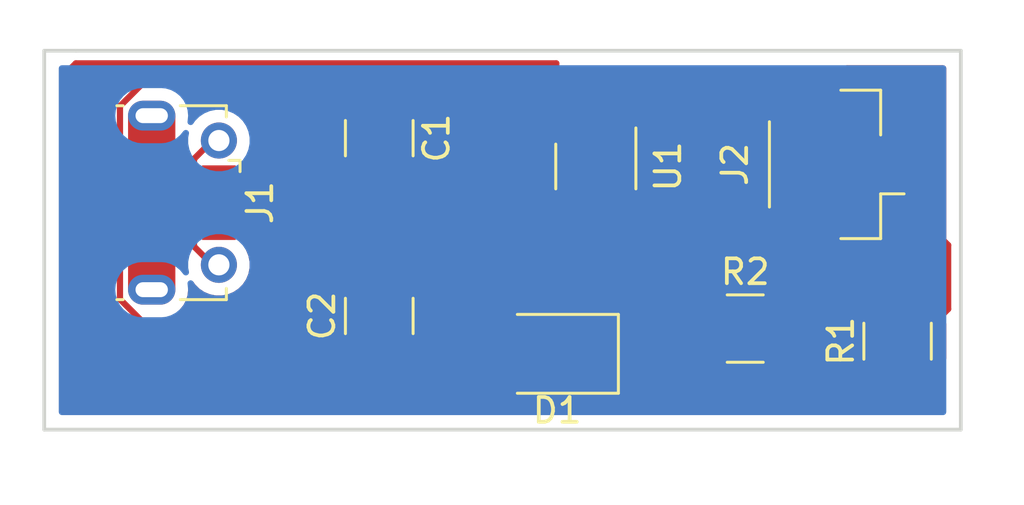
<source format=kicad_pcb>
(kicad_pcb (version 20171130) (host pcbnew 5.1.10-88a1d61d58~90~ubuntu20.04.1)

  (general
    (thickness 1.6)
    (drawings 5)
    (tracks 54)
    (zones 0)
    (modules 8)
    (nets 11)
  )

  (page A4)
  (layers
    (0 F.Cu signal)
    (31 B.Cu signal)
    (32 B.Adhes user)
    (33 F.Adhes user)
    (34 B.Paste user)
    (35 F.Paste user)
    (36 B.SilkS user)
    (37 F.SilkS user)
    (38 B.Mask user)
    (39 F.Mask user)
    (40 Dwgs.User user)
    (41 Cmts.User user)
    (42 Eco1.User user)
    (43 Eco2.User user)
    (44 Edge.Cuts user)
    (45 Margin user)
    (46 B.CrtYd user)
    (47 F.CrtYd user)
    (48 B.Fab user)
    (49 F.Fab user)
  )

  (setup
    (last_trace_width 0.25)
    (trace_clearance 0.2)
    (zone_clearance 0.508)
    (zone_45_only no)
    (trace_min 0.2)
    (via_size 0.8)
    (via_drill 0.4)
    (via_min_size 0.4)
    (via_min_drill 0.3)
    (uvia_size 0.3)
    (uvia_drill 0.1)
    (uvias_allowed no)
    (uvia_min_size 0.2)
    (uvia_min_drill 0.1)
    (edge_width 0.05)
    (segment_width 0.2)
    (pcb_text_width 0.3)
    (pcb_text_size 1.5 1.5)
    (mod_edge_width 0.12)
    (mod_text_size 1 1)
    (mod_text_width 0.15)
    (pad_size 1.524 1.524)
    (pad_drill 0.762)
    (pad_to_mask_clearance 0)
    (aux_axis_origin 0 0)
    (visible_elements FFFFFF7F)
    (pcbplotparams
      (layerselection 0x010fc_ffffffff)
      (usegerberextensions false)
      (usegerberattributes true)
      (usegerberadvancedattributes true)
      (creategerberjobfile true)
      (excludeedgelayer true)
      (linewidth 0.100000)
      (plotframeref false)
      (viasonmask false)
      (mode 1)
      (useauxorigin false)
      (hpglpennumber 1)
      (hpglpenspeed 20)
      (hpglpendiameter 15.000000)
      (psnegative false)
      (psa4output false)
      (plotreference true)
      (plotvalue true)
      (plotinvisibletext false)
      (padsonsilk false)
      (subtractmaskfromsilk false)
      (outputformat 1)
      (mirror false)
      (drillshape 1)
      (scaleselection 1)
      (outputdirectory ""))
  )

  (net 0 "")
  (net 1 GND)
  (net 2 VBUS)
  (net 3 +BATT)
  (net 4 "Net-(D1-Pad1)")
  (net 5 "Net-(J1-Pad6)")
  (net 6 "Net-(J1-Pad3)")
  (net 7 "Net-(J1-Pad4)")
  (net 8 "Net-(J1-Pad2)")
  (net 9 "Net-(R1-Pad2)")
  (net 10 "Net-(R2-Pad1)")

  (net_class Default "This is the default net class."
    (clearance 0.2)
    (trace_width 0.25)
    (via_dia 0.8)
    (via_drill 0.4)
    (uvia_dia 0.3)
    (uvia_drill 0.1)
    (add_net +BATT)
    (add_net GND)
    (add_net "Net-(D1-Pad1)")
    (add_net "Net-(J1-Pad2)")
    (add_net "Net-(J1-Pad3)")
    (add_net "Net-(J1-Pad4)")
    (add_net "Net-(J1-Pad6)")
    (add_net "Net-(R1-Pad2)")
    (add_net "Net-(R2-Pad1)")
    (add_net VBUS)
  )

  (module LED_SMD:LED_1210_3225Metric_Pad1.42x2.65mm_HandSolder (layer F.Cu) (tedit 5F68FEF1) (tstamp 61A26A1B)
    (at 151.4205 96.012 180)
    (descr "LED SMD 1210 (3225 Metric), square (rectangular) end terminal, IPC_7351 nominal, (Body size source: http://www.tortai-tech.com/upload/download/2011102023233369053.pdf), generated with kicad-footprint-generator")
    (tags "LED handsolder")
    (path /61A20CC9)
    (attr smd)
    (fp_text reference D1 (at 0 -2.28) (layer F.SilkS)
      (effects (font (size 1 1) (thickness 0.15)))
    )
    (fp_text value LED (at 0 2.28) (layer F.Fab)
      (effects (font (size 1 1) (thickness 0.15)))
    )
    (fp_text user %R (at 0 0) (layer F.Fab)
      (effects (font (size 0.8 0.8) (thickness 0.12)))
    )
    (fp_line (start 1.6 -1.25) (end -0.975 -1.25) (layer F.Fab) (width 0.1))
    (fp_line (start -0.975 -1.25) (end -1.6 -0.625) (layer F.Fab) (width 0.1))
    (fp_line (start -1.6 -0.625) (end -1.6 1.25) (layer F.Fab) (width 0.1))
    (fp_line (start -1.6 1.25) (end 1.6 1.25) (layer F.Fab) (width 0.1))
    (fp_line (start 1.6 1.25) (end 1.6 -1.25) (layer F.Fab) (width 0.1))
    (fp_line (start 1.6 -1.585) (end -2.46 -1.585) (layer F.SilkS) (width 0.12))
    (fp_line (start -2.46 -1.585) (end -2.46 1.585) (layer F.SilkS) (width 0.12))
    (fp_line (start -2.46 1.585) (end 1.6 1.585) (layer F.SilkS) (width 0.12))
    (fp_line (start -2.45 1.58) (end -2.45 -1.58) (layer F.CrtYd) (width 0.05))
    (fp_line (start -2.45 -1.58) (end 2.45 -1.58) (layer F.CrtYd) (width 0.05))
    (fp_line (start 2.45 -1.58) (end 2.45 1.58) (layer F.CrtYd) (width 0.05))
    (fp_line (start 2.45 1.58) (end -2.45 1.58) (layer F.CrtYd) (width 0.05))
    (pad 2 smd roundrect (at 1.4875 0 180) (size 1.425 2.65) (layers F.Cu F.Paste F.Mask) (roundrect_rratio 0.175439)
      (net 2 VBUS))
    (pad 1 smd roundrect (at -1.4875 0 180) (size 1.425 2.65) (layers F.Cu F.Paste F.Mask) (roundrect_rratio 0.175439)
      (net 4 "Net-(D1-Pad1)"))
    (model ${KISYS3DMOD}/LED_SMD.3dshapes/LED_1210_3225Metric.wrl
      (at (xyz 0 0 0))
      (scale (xyz 1 1 1))
      (rotate (xyz 0 0 0))
    )
  )

  (module Package_TO_SOT_SMD:SOT-23-5 (layer F.Cu) (tedit 5A02FF57) (tstamp 61A26A9C)
    (at 152.974 88.476 270)
    (descr "5-pin SOT23 package")
    (tags SOT-23-5)
    (path /61A1FB9D)
    (attr smd)
    (fp_text reference U1 (at 0 -2.9 90) (layer F.SilkS)
      (effects (font (size 1 1) (thickness 0.15)))
    )
    (fp_text value MCP73831-2-OT (at 0 2.9 90) (layer F.Fab)
      (effects (font (size 1 1) (thickness 0.15)))
    )
    (fp_text user %R (at -0.084 0) (layer F.Fab)
      (effects (font (size 0.5 0.5) (thickness 0.075)))
    )
    (fp_line (start -0.9 1.61) (end 0.9 1.61) (layer F.SilkS) (width 0.12))
    (fp_line (start 0.9 -1.61) (end -1.55 -1.61) (layer F.SilkS) (width 0.12))
    (fp_line (start -1.9 -1.8) (end 1.9 -1.8) (layer F.CrtYd) (width 0.05))
    (fp_line (start 1.9 -1.8) (end 1.9 1.8) (layer F.CrtYd) (width 0.05))
    (fp_line (start 1.9 1.8) (end -1.9 1.8) (layer F.CrtYd) (width 0.05))
    (fp_line (start -1.9 1.8) (end -1.9 -1.8) (layer F.CrtYd) (width 0.05))
    (fp_line (start -0.9 -0.9) (end -0.25 -1.55) (layer F.Fab) (width 0.1))
    (fp_line (start 0.9 -1.55) (end -0.25 -1.55) (layer F.Fab) (width 0.1))
    (fp_line (start -0.9 -0.9) (end -0.9 1.55) (layer F.Fab) (width 0.1))
    (fp_line (start 0.9 1.55) (end -0.9 1.55) (layer F.Fab) (width 0.1))
    (fp_line (start 0.9 -1.55) (end 0.9 1.55) (layer F.Fab) (width 0.1))
    (pad 5 smd rect (at 1.1 -0.95 270) (size 1.06 0.65) (layers F.Cu F.Paste F.Mask)
      (net 10 "Net-(R2-Pad1)"))
    (pad 4 smd rect (at 1.1 0.95 270) (size 1.06 0.65) (layers F.Cu F.Paste F.Mask)
      (net 2 VBUS))
    (pad 3 smd rect (at -1.1 0.95 270) (size 1.06 0.65) (layers F.Cu F.Paste F.Mask)
      (net 3 +BATT))
    (pad 2 smd rect (at -1.1 0 270) (size 1.06 0.65) (layers F.Cu F.Paste F.Mask)
      (net 1 GND))
    (pad 1 smd rect (at -1.1 -0.95 270) (size 1.06 0.65) (layers F.Cu F.Paste F.Mask)
      (net 9 "Net-(R1-Pad2)"))
    (model ${KISYS3DMOD}/Package_TO_SOT_SMD.3dshapes/SOT-23-5.wrl
      (at (xyz 0 0 0))
      (scale (xyz 1 1 1))
      (rotate (xyz 0 0 0))
    )
  )

  (module Resistor_SMD:R_1210_3225Metric_Pad1.30x2.65mm_HandSolder (layer F.Cu) (tedit 5F68FEEE) (tstamp 61A26A87)
    (at 158.978 94.996)
    (descr "Resistor SMD 1210 (3225 Metric), square (rectangular) end terminal, IPC_7351 nominal with elongated pad for handsoldering. (Body size source: IPC-SM-782 page 72, https://www.pcb-3d.com/wordpress/wp-content/uploads/ipc-sm-782a_amendment_1_and_2.pdf), generated with kicad-footprint-generator")
    (tags "resistor handsolder")
    (path /61A204DC)
    (attr smd)
    (fp_text reference R2 (at 0 -2.28) (layer F.SilkS)
      (effects (font (size 1 1) (thickness 0.15)))
    )
    (fp_text value 2k (at 0 2.28) (layer F.Fab)
      (effects (font (size 1 1) (thickness 0.15)))
    )
    (fp_text user %R (at 0 0) (layer F.Fab)
      (effects (font (size 0.8 0.8) (thickness 0.12)))
    )
    (fp_line (start -1.6 1.245) (end -1.6 -1.245) (layer F.Fab) (width 0.1))
    (fp_line (start -1.6 -1.245) (end 1.6 -1.245) (layer F.Fab) (width 0.1))
    (fp_line (start 1.6 -1.245) (end 1.6 1.245) (layer F.Fab) (width 0.1))
    (fp_line (start 1.6 1.245) (end -1.6 1.245) (layer F.Fab) (width 0.1))
    (fp_line (start -0.723737 -1.355) (end 0.723737 -1.355) (layer F.SilkS) (width 0.12))
    (fp_line (start -0.723737 1.355) (end 0.723737 1.355) (layer F.SilkS) (width 0.12))
    (fp_line (start -2.45 1.58) (end -2.45 -1.58) (layer F.CrtYd) (width 0.05))
    (fp_line (start -2.45 -1.58) (end 2.45 -1.58) (layer F.CrtYd) (width 0.05))
    (fp_line (start 2.45 -1.58) (end 2.45 1.58) (layer F.CrtYd) (width 0.05))
    (fp_line (start 2.45 1.58) (end -2.45 1.58) (layer F.CrtYd) (width 0.05))
    (pad 2 smd roundrect (at 1.55 0) (size 1.3 2.65) (layers F.Cu F.Paste F.Mask) (roundrect_rratio 0.192308)
      (net 1 GND))
    (pad 1 smd roundrect (at -1.55 0) (size 1.3 2.65) (layers F.Cu F.Paste F.Mask) (roundrect_rratio 0.192308)
      (net 10 "Net-(R2-Pad1)"))
    (model ${KISYS3DMOD}/Resistor_SMD.3dshapes/R_1210_3225Metric.wrl
      (at (xyz 0 0 0))
      (scale (xyz 1 1 1))
      (rotate (xyz 0 0 0))
    )
  )

  (module Resistor_SMD:R_1210_3225Metric_Pad1.30x2.65mm_HandSolder (layer F.Cu) (tedit 5F68FEEE) (tstamp 61A26A76)
    (at 165.1 95.504 90)
    (descr "Resistor SMD 1210 (3225 Metric), square (rectangular) end terminal, IPC_7351 nominal with elongated pad for handsoldering. (Body size source: IPC-SM-782 page 72, https://www.pcb-3d.com/wordpress/wp-content/uploads/ipc-sm-782a_amendment_1_and_2.pdf), generated with kicad-footprint-generator")
    (tags "resistor handsolder")
    (path /61A2091A)
    (attr smd)
    (fp_text reference R1 (at 0 -2.28 90) (layer F.SilkS)
      (effects (font (size 1 1) (thickness 0.15)))
    )
    (fp_text value 470 (at 0 2.28 90) (layer F.Fab)
      (effects (font (size 1 1) (thickness 0.15)))
    )
    (fp_text user %R (at 0 0 90) (layer F.Fab)
      (effects (font (size 0.8 0.8) (thickness 0.12)))
    )
    (fp_line (start -1.6 1.245) (end -1.6 -1.245) (layer F.Fab) (width 0.1))
    (fp_line (start -1.6 -1.245) (end 1.6 -1.245) (layer F.Fab) (width 0.1))
    (fp_line (start 1.6 -1.245) (end 1.6 1.245) (layer F.Fab) (width 0.1))
    (fp_line (start 1.6 1.245) (end -1.6 1.245) (layer F.Fab) (width 0.1))
    (fp_line (start -0.723737 -1.355) (end 0.723737 -1.355) (layer F.SilkS) (width 0.12))
    (fp_line (start -0.723737 1.355) (end 0.723737 1.355) (layer F.SilkS) (width 0.12))
    (fp_line (start -2.45 1.58) (end -2.45 -1.58) (layer F.CrtYd) (width 0.05))
    (fp_line (start -2.45 -1.58) (end 2.45 -1.58) (layer F.CrtYd) (width 0.05))
    (fp_line (start 2.45 -1.58) (end 2.45 1.58) (layer F.CrtYd) (width 0.05))
    (fp_line (start 2.45 1.58) (end -2.45 1.58) (layer F.CrtYd) (width 0.05))
    (pad 2 smd roundrect (at 1.55 0 90) (size 1.3 2.65) (layers F.Cu F.Paste F.Mask) (roundrect_rratio 0.192308)
      (net 9 "Net-(R1-Pad2)"))
    (pad 1 smd roundrect (at -1.55 0 90) (size 1.3 2.65) (layers F.Cu F.Paste F.Mask) (roundrect_rratio 0.192308)
      (net 4 "Net-(D1-Pad1)"))
    (model ${KISYS3DMOD}/Resistor_SMD.3dshapes/R_1210_3225Metric.wrl
      (at (xyz 0 0 0))
      (scale (xyz 1 1 1))
      (rotate (xyz 0 0 0))
    )
  )

  (module Connector_JST:JST_GH_BM02B-GHS-TBT_1x02-1MP_P1.25mm_Vertical (layer F.Cu) (tedit 5B78AD87) (tstamp 61A26A65)
    (at 162.56 88.392 90)
    (descr "JST GH series connector, BM02B-GHS-TBT (http://www.jst-mfg.com/product/pdf/eng/eGH.pdf), generated with kicad-footprint-generator")
    (tags "connector JST GH side entry")
    (path /61A36155)
    (attr smd)
    (fp_text reference J2 (at 0 -4 90) (layer F.SilkS)
      (effects (font (size 1 1) (thickness 0.15)))
    )
    (fp_text value Conn_01x02 (at 0 4 90) (layer F.Fab)
      (effects (font (size 1 1) (thickness 0.15)))
    )
    (fp_text user %R (at -0.065 -1.4 90) (layer F.Fab)
      (effects (font (size 1 1) (thickness 0.15)))
    )
    (fp_line (start -2.875 1.75) (end 2.875 1.75) (layer F.Fab) (width 0.1))
    (fp_line (start -2.985 0.26) (end -2.985 1.86) (layer F.SilkS) (width 0.12))
    (fp_line (start -2.985 1.86) (end -1.185 1.86) (layer F.SilkS) (width 0.12))
    (fp_line (start -1.185 1.86) (end -1.185 2.8) (layer F.SilkS) (width 0.12))
    (fp_line (start 2.985 0.26) (end 2.985 1.86) (layer F.SilkS) (width 0.12))
    (fp_line (start 2.985 1.86) (end 1.185 1.86) (layer F.SilkS) (width 0.12))
    (fp_line (start -1.715 -2.61) (end 1.715 -2.61) (layer F.SilkS) (width 0.12))
    (fp_line (start -2.875 -2.5) (end 2.875 -2.5) (layer F.Fab) (width 0.1))
    (fp_line (start -2.875 1.75) (end -2.875 -2.5) (layer F.Fab) (width 0.1))
    (fp_line (start 2.875 1.75) (end 2.875 -2.5) (layer F.Fab) (width 0.1))
    (fp_line (start -0.875 -0.5) (end -0.875 0) (layer F.Fab) (width 0.1))
    (fp_line (start -0.875 0) (end -0.375 0) (layer F.Fab) (width 0.1))
    (fp_line (start -0.375 0) (end -0.375 -0.5) (layer F.Fab) (width 0.1))
    (fp_line (start -0.375 -0.5) (end -0.875 -0.5) (layer F.Fab) (width 0.1))
    (fp_line (start 0.375 -0.5) (end 0.375 0) (layer F.Fab) (width 0.1))
    (fp_line (start 0.375 0) (end 0.875 0) (layer F.Fab) (width 0.1))
    (fp_line (start 0.875 0) (end 0.875 -0.5) (layer F.Fab) (width 0.1))
    (fp_line (start 0.875 -0.5) (end 0.375 -0.5) (layer F.Fab) (width 0.1))
    (fp_line (start -3.48 -3.3) (end -3.48 3.3) (layer F.CrtYd) (width 0.05))
    (fp_line (start -3.48 3.3) (end 3.48 3.3) (layer F.CrtYd) (width 0.05))
    (fp_line (start 3.48 3.3) (end 3.48 -3.3) (layer F.CrtYd) (width 0.05))
    (fp_line (start 3.48 -3.3) (end -3.48 -3.3) (layer F.CrtYd) (width 0.05))
    (fp_line (start -1.125 1.75) (end -0.625 1.042893) (layer F.Fab) (width 0.1))
    (fp_line (start -0.625 1.042893) (end -0.125 1.75) (layer F.Fab) (width 0.1))
    (pad MP smd roundrect (at 2.475 -1.4 90) (size 1 2.8) (layers F.Cu F.Paste F.Mask) (roundrect_rratio 0.25))
    (pad MP smd roundrect (at -2.475 -1.4 90) (size 1 2.8) (layers F.Cu F.Paste F.Mask) (roundrect_rratio 0.25))
    (pad 2 smd roundrect (at 0.625 1.95 90) (size 0.6 1.7) (layers F.Cu F.Paste F.Mask) (roundrect_rratio 0.25)
      (net 3 +BATT))
    (pad 1 smd roundrect (at -0.625 1.95 90) (size 0.6 1.7) (layers F.Cu F.Paste F.Mask) (roundrect_rratio 0.25)
      (net 1 GND))
    (model ${KISYS3DMOD}/Connector_JST.3dshapes/JST_GH_BM02B-GHS-TBT_1x02-1MP_P1.25mm_Vertical.wrl
      (at (xyz 0 0 0))
      (scale (xyz 1 1 1))
      (rotate (xyz 0 0 0))
    )
  )

  (module Connector_USB:USB_Micro-B_Molex-105017-0001 (layer F.Cu) (tedit 5A1DC0BE) (tstamp 61A26A44)
    (at 136.3655 89.932 270)
    (descr http://www.molex.com/pdm_docs/sd/1050170001_sd.pdf)
    (tags "Micro-USB SMD Typ-B")
    (path /61A2E0BA)
    (attr smd)
    (fp_text reference J1 (at 0 -3.1125 90) (layer F.SilkS)
      (effects (font (size 1 1) (thickness 0.15)))
    )
    (fp_text value USB_B_Micro (at 0.3 4.3375 90) (layer F.Fab)
      (effects (font (size 1 1) (thickness 0.15)))
    )
    (fp_text user %R (at 0 0.8875 90) (layer F.Fab)
      (effects (font (size 1 1) (thickness 0.15)))
    )
    (fp_text user "PCB Edge" (at 0 2.6875 90) (layer Dwgs.User)
      (effects (font (size 0.5 0.5) (thickness 0.08)))
    )
    (fp_line (start -4.4 3.64) (end 4.4 3.64) (layer F.CrtYd) (width 0.05))
    (fp_line (start 4.4 -2.46) (end 4.4 3.64) (layer F.CrtYd) (width 0.05))
    (fp_line (start -4.4 -2.46) (end 4.4 -2.46) (layer F.CrtYd) (width 0.05))
    (fp_line (start -4.4 3.64) (end -4.4 -2.46) (layer F.CrtYd) (width 0.05))
    (fp_line (start -3.9 -1.7625) (end -3.45 -1.7625) (layer F.SilkS) (width 0.12))
    (fp_line (start -3.9 0.0875) (end -3.9 -1.7625) (layer F.SilkS) (width 0.12))
    (fp_line (start 3.9 2.6375) (end 3.9 2.3875) (layer F.SilkS) (width 0.12))
    (fp_line (start 3.75 3.3875) (end 3.75 -1.6125) (layer F.Fab) (width 0.1))
    (fp_line (start -3 2.689204) (end 3 2.689204) (layer F.Fab) (width 0.1))
    (fp_line (start -3.75 3.389204) (end 3.75 3.389204) (layer F.Fab) (width 0.1))
    (fp_line (start -3.75 -1.6125) (end 3.75 -1.6125) (layer F.Fab) (width 0.1))
    (fp_line (start -3.75 3.3875) (end -3.75 -1.6125) (layer F.Fab) (width 0.1))
    (fp_line (start -3.9 2.6375) (end -3.9 2.3875) (layer F.SilkS) (width 0.12))
    (fp_line (start 3.9 0.0875) (end 3.9 -1.7625) (layer F.SilkS) (width 0.12))
    (fp_line (start 3.9 -1.7625) (end 3.45 -1.7625) (layer F.SilkS) (width 0.12))
    (fp_line (start -1.7 -2.3125) (end -1.25 -2.3125) (layer F.SilkS) (width 0.12))
    (fp_line (start -1.7 -2.3125) (end -1.7 -1.8625) (layer F.SilkS) (width 0.12))
    (fp_line (start -1.3 -1.7125) (end -1.5 -1.9125) (layer F.Fab) (width 0.1))
    (fp_line (start -1.1 -1.9125) (end -1.3 -1.7125) (layer F.Fab) (width 0.1))
    (fp_line (start -1.5 -2.1225) (end -1.1 -2.1225) (layer F.Fab) (width 0.1))
    (fp_line (start -1.5 -2.1225) (end -1.5 -1.9125) (layer F.Fab) (width 0.1))
    (fp_line (start -1.1 -2.1225) (end -1.1 -1.9125) (layer F.Fab) (width 0.1))
    (pad 6 smd rect (at -2.9 1.2375 270) (size 1.2 1.9) (layers F.Cu F.Mask)
      (net 5 "Net-(J1-Pad6)"))
    (pad 6 smd rect (at 2.9 1.2375 270) (size 1.2 1.9) (layers F.Cu F.Mask)
      (net 5 "Net-(J1-Pad6)"))
    (pad 6 thru_hole oval (at 3.5 1.2375 270) (size 1.2 1.9) (drill oval 0.6 1.3) (layers *.Cu *.Mask)
      (net 5 "Net-(J1-Pad6)"))
    (pad 6 thru_hole oval (at -3.5 1.2375 90) (size 1.2 1.9) (drill oval 0.6 1.3) (layers *.Cu *.Mask)
      (net 5 "Net-(J1-Pad6)"))
    (pad 6 smd rect (at -1 1.2375 270) (size 1.5 1.9) (layers F.Cu F.Paste F.Mask)
      (net 5 "Net-(J1-Pad6)"))
    (pad 6 thru_hole circle (at 2.5 -1.4625 270) (size 1.45 1.45) (drill 0.85) (layers *.Cu *.Mask)
      (net 5 "Net-(J1-Pad6)"))
    (pad 3 smd rect (at 0 -1.4625 270) (size 0.4 1.35) (layers F.Cu F.Paste F.Mask)
      (net 6 "Net-(J1-Pad3)"))
    (pad 4 smd rect (at 0.65 -1.4625 270) (size 0.4 1.35) (layers F.Cu F.Paste F.Mask)
      (net 7 "Net-(J1-Pad4)"))
    (pad 5 smd rect (at 1.3 -1.4625 270) (size 0.4 1.35) (layers F.Cu F.Paste F.Mask)
      (net 1 GND))
    (pad 1 smd rect (at -1.3 -1.4625 270) (size 0.4 1.35) (layers F.Cu F.Paste F.Mask)
      (net 2 VBUS))
    (pad 2 smd rect (at -0.65 -1.4625 270) (size 0.4 1.35) (layers F.Cu F.Paste F.Mask)
      (net 8 "Net-(J1-Pad2)"))
    (pad 6 thru_hole circle (at -2.5 -1.4625 270) (size 1.45 1.45) (drill 0.85) (layers *.Cu *.Mask)
      (net 5 "Net-(J1-Pad6)"))
    (pad 6 smd rect (at 1 1.2375 270) (size 1.5 1.9) (layers F.Cu F.Paste F.Mask)
      (net 5 "Net-(J1-Pad6)"))
    (model ${KISYS3DMOD}/Connector_USB.3dshapes/USB_Micro-B_Molex-105017-0001.wrl
      (at (xyz 0 0 0))
      (scale (xyz 1 1 1))
      (rotate (xyz 0 0 0))
    )
  )

  (module Capacitor_SMD:C_1210_3225Metric_Pad1.33x2.70mm_HandSolder (layer F.Cu) (tedit 5F68FEEF) (tstamp 61A269FB)
    (at 144.272 94.488 90)
    (descr "Capacitor SMD 1210 (3225 Metric), square (rectangular) end terminal, IPC_7351 nominal with elongated pad for handsoldering. (Body size source: IPC-SM-782 page 76, https://www.pcb-3d.com/wordpress/wp-content/uploads/ipc-sm-782a_amendment_1_and_2.pdf), generated with kicad-footprint-generator")
    (tags "capacitor handsolder")
    (path /61A21853)
    (attr smd)
    (fp_text reference C2 (at 0 -2.3 90) (layer F.SilkS)
      (effects (font (size 1 1) (thickness 0.15)))
    )
    (fp_text value 4.7uF (at 0 2.3 90) (layer F.Fab)
      (effects (font (size 1 1) (thickness 0.15)))
    )
    (fp_text user %R (at 0 0 90) (layer F.Fab)
      (effects (font (size 0.8 0.8) (thickness 0.12)))
    )
    (fp_line (start -1.6 1.25) (end -1.6 -1.25) (layer F.Fab) (width 0.1))
    (fp_line (start -1.6 -1.25) (end 1.6 -1.25) (layer F.Fab) (width 0.1))
    (fp_line (start 1.6 -1.25) (end 1.6 1.25) (layer F.Fab) (width 0.1))
    (fp_line (start 1.6 1.25) (end -1.6 1.25) (layer F.Fab) (width 0.1))
    (fp_line (start -0.711252 -1.36) (end 0.711252 -1.36) (layer F.SilkS) (width 0.12))
    (fp_line (start -0.711252 1.36) (end 0.711252 1.36) (layer F.SilkS) (width 0.12))
    (fp_line (start -2.48 1.6) (end -2.48 -1.6) (layer F.CrtYd) (width 0.05))
    (fp_line (start -2.48 -1.6) (end 2.48 -1.6) (layer F.CrtYd) (width 0.05))
    (fp_line (start 2.48 -1.6) (end 2.48 1.6) (layer F.CrtYd) (width 0.05))
    (fp_line (start 2.48 1.6) (end -2.48 1.6) (layer F.CrtYd) (width 0.05))
    (pad 2 smd roundrect (at 1.5625 0 90) (size 1.325 2.7) (layers F.Cu F.Paste F.Mask) (roundrect_rratio 0.188679)
      (net 1 GND))
    (pad 1 smd roundrect (at -1.5625 0 90) (size 1.325 2.7) (layers F.Cu F.Paste F.Mask) (roundrect_rratio 0.188679)
      (net 3 +BATT))
    (model ${KISYS3DMOD}/Capacitor_SMD.3dshapes/C_1210_3225Metric.wrl
      (at (xyz 0 0 0))
      (scale (xyz 1 1 1))
      (rotate (xyz 0 0 0))
    )
  )

  (module Capacitor_SMD:C_1210_3225Metric_Pad1.33x2.70mm_HandSolder (layer F.Cu) (tedit 5F68FEEF) (tstamp 61A269EA)
    (at 144.272 87.3375 270)
    (descr "Capacitor SMD 1210 (3225 Metric), square (rectangular) end terminal, IPC_7351 nominal with elongated pad for handsoldering. (Body size source: IPC-SM-782 page 76, https://www.pcb-3d.com/wordpress/wp-content/uploads/ipc-sm-782a_amendment_1_and_2.pdf), generated with kicad-footprint-generator")
    (tags "capacitor handsolder")
    (path /61A2169B)
    (attr smd)
    (fp_text reference C1 (at 0 -2.3 90) (layer F.SilkS)
      (effects (font (size 1 1) (thickness 0.15)))
    )
    (fp_text value 4.7uF (at 0 2.3 90) (layer F.Fab)
      (effects (font (size 1 1) (thickness 0.15)))
    )
    (fp_text user %R (at 0 0 90) (layer F.Fab)
      (effects (font (size 0.8 0.8) (thickness 0.12)))
    )
    (fp_line (start -1.6 1.25) (end -1.6 -1.25) (layer F.Fab) (width 0.1))
    (fp_line (start -1.6 -1.25) (end 1.6 -1.25) (layer F.Fab) (width 0.1))
    (fp_line (start 1.6 -1.25) (end 1.6 1.25) (layer F.Fab) (width 0.1))
    (fp_line (start 1.6 1.25) (end -1.6 1.25) (layer F.Fab) (width 0.1))
    (fp_line (start -0.711252 -1.36) (end 0.711252 -1.36) (layer F.SilkS) (width 0.12))
    (fp_line (start -0.711252 1.36) (end 0.711252 1.36) (layer F.SilkS) (width 0.12))
    (fp_line (start -2.48 1.6) (end -2.48 -1.6) (layer F.CrtYd) (width 0.05))
    (fp_line (start -2.48 -1.6) (end 2.48 -1.6) (layer F.CrtYd) (width 0.05))
    (fp_line (start 2.48 -1.6) (end 2.48 1.6) (layer F.CrtYd) (width 0.05))
    (fp_line (start 2.48 1.6) (end -2.48 1.6) (layer F.CrtYd) (width 0.05))
    (pad 2 smd roundrect (at 1.5625 0 270) (size 1.325 2.7) (layers F.Cu F.Paste F.Mask) (roundrect_rratio 0.188679)
      (net 1 GND))
    (pad 1 smd roundrect (at -1.5625 0 270) (size 1.325 2.7) (layers F.Cu F.Paste F.Mask) (roundrect_rratio 0.188679)
      (net 2 VBUS))
    (model ${KISYS3DMOD}/Capacitor_SMD.3dshapes/C_1210_3225Metric.wrl
      (at (xyz 0 0 0))
      (scale (xyz 1 1 1))
      (rotate (xyz 0 0 0))
    )
  )

  (gr_line (start 130.81 83.82) (end 132.08 83.82) (layer Edge.Cuts) (width 0.15) (tstamp 61A290BD))
  (gr_line (start 130.81 99.06) (end 130.81 83.82) (layer Edge.Cuts) (width 0.15))
  (gr_line (start 167.64 99.06) (end 130.81 99.06) (layer Edge.Cuts) (width 0.15))
  (gr_line (start 167.64 83.82) (end 167.64 99.06) (layer Edge.Cuts) (width 0.15))
  (gr_line (start 132.08 83.82) (end 167.64 83.82) (layer Edge.Cuts) (width 0.15))

  (segment (start 144.272 88.9) (end 144.272 92.9255) (width 0.25) (layer F.Cu) (net 1))
  (segment (start 142.5785 91.232) (end 144.272 92.9255) (width 0.25) (layer F.Cu) (net 1))
  (segment (start 137.828 91.232) (end 142.5785 91.232) (width 0.25) (layer F.Cu) (net 1))
  (segment (start 152.609001 88.231001) (end 152.974 87.866002) (width 0.25) (layer F.Cu) (net 1))
  (segment (start 144.940999 88.231001) (end 152.609001 88.231001) (width 0.25) (layer F.Cu) (net 1))
  (segment (start 144.272 88.9) (end 144.940999 88.231001) (width 0.25) (layer F.Cu) (net 1))
  (segment (start 160.528 94.739998) (end 160.528 94.996) (width 0.25) (layer F.Cu) (net 1))
  (segment (start 154.509001 88.720999) (end 160.528 94.739998) (width 0.25) (layer F.Cu) (net 1))
  (segment (start 153.828997 88.720999) (end 154.509001 88.720999) (width 0.25) (layer F.Cu) (net 1))
  (segment (start 152.974 87.866002) (end 153.828997 88.720999) (width 0.25) (layer F.Cu) (net 1))
  (segment (start 152.974 87.376) (end 152.974 87.866002) (width 0.25) (layer F.Cu) (net 1))
  (segment (start 160.528 94.996) (end 166.34619 94.996) (width 0.25) (layer F.Cu) (net 1))
  (segment (start 166.34619 94.996) (end 167.132 94.21019) (width 0.25) (layer F.Cu) (net 1))
  (segment (start 167.132 91.639) (end 164.51 89.017) (width 0.25) (layer F.Cu) (net 1))
  (segment (start 167.132 94.21019) (end 167.132 91.639) (width 0.25) (layer F.Cu) (net 1))
  (segment (start 141.415 88.632) (end 144.272 85.775) (width 0.25) (layer F.Cu) (net 2))
  (segment (start 137.828 88.632) (end 141.415 88.632) (width 0.25) (layer F.Cu) (net 2))
  (segment (start 148.98399 95.06299) (end 149.933 96.012) (width 0.25) (layer F.Cu) (net 2))
  (segment (start 135.100829 95.06299) (end 148.98399 95.06299) (width 0.25) (layer F.Cu) (net 2))
  (segment (start 133.85299 93.815151) (end 135.100829 95.06299) (width 0.25) (layer F.Cu) (net 2))
  (segment (start 133.85299 86.048849) (end 133.85299 93.815151) (width 0.25) (layer F.Cu) (net 2))
  (segment (start 134.789339 85.1125) (end 133.85299 86.048849) (width 0.25) (layer F.Cu) (net 2))
  (segment (start 143.6095 85.1125) (end 134.789339 85.1125) (width 0.25) (layer F.Cu) (net 2))
  (segment (start 144.272 85.775) (end 143.6095 85.1125) (width 0.25) (layer F.Cu) (net 2))
  (segment (start 149.933 91.667) (end 152.024 89.576) (width 0.25) (layer F.Cu) (net 2))
  (segment (start 149.933 96.012) (end 149.933 91.667) (width 0.25) (layer F.Cu) (net 2))
  (segment (start 144.272 96.0505) (end 131.6105 96.0505) (width 0.25) (layer F.Cu) (net 3))
  (segment (start 131.6105 96.0505) (end 131.572 96.012) (width 0.25) (layer F.Cu) (net 3))
  (segment (start 131.572 96.012) (end 131.572 84.836) (width 0.25) (layer F.Cu) (net 3))
  (segment (start 131.572 84.836) (end 132.08 84.328) (width 0.25) (layer F.Cu) (net 3))
  (segment (start 132.08 84.328) (end 151.384 84.328) (width 0.25) (layer F.Cu) (net 3))
  (segment (start 151.384 86.736) (end 152.024 87.376) (width 0.25) (layer F.Cu) (net 3))
  (segment (start 151.384 84.328) (end 151.384 86.736) (width 0.25) (layer F.Cu) (net 3))
  (segment (start 164.51 87.05381) (end 164.51 87.767) (width 0.25) (layer F.Cu) (net 3))
  (segment (start 153.52801 85.09199) (end 162.54818 85.09199) (width 0.25) (layer F.Cu) (net 3))
  (segment (start 162.54818 85.09199) (end 164.51 87.05381) (width 0.25) (layer F.Cu) (net 3))
  (segment (start 152.024 86.596) (end 153.52801 85.09199) (width 0.25) (layer F.Cu) (net 3))
  (segment (start 152.024 87.376) (end 152.024 86.596) (width 0.25) (layer F.Cu) (net 3))
  (segment (start 153.95 97.054) (end 165.1 97.054) (width 0.25) (layer F.Cu) (net 4))
  (segment (start 152.908 96.012) (end 153.95 97.054) (width 0.25) (layer F.Cu) (net 4))
  (segment (start 135.128 87.032) (end 135.128 92.832) (width 0.25) (layer F.Cu) (net 5))
  (segment (start 136.827999 91.692001) (end 137.567998 92.432) (width 0.25) (layer F.Cu) (net 5))
  (segment (start 137.567998 87.432) (end 136.827999 88.171999) (width 0.25) (layer F.Cu) (net 5))
  (segment (start 137.567998 92.432) (end 137.828 92.432) (width 0.25) (layer F.Cu) (net 5))
  (segment (start 137.828 87.432) (end 137.567998 87.432) (width 0.25) (layer F.Cu) (net 5))
  (segment (start 136.684 88.932) (end 136.827999 89.075999) (width 0.25) (layer F.Cu) (net 5))
  (segment (start 135.128 88.932) (end 136.684 88.932) (width 0.25) (layer F.Cu) (net 5))
  (segment (start 136.827999 89.075999) (end 136.827999 91.692001) (width 0.25) (layer F.Cu) (net 5))
  (segment (start 136.827999 88.171999) (end 136.827999 89.075999) (width 0.25) (layer F.Cu) (net 5))
  (segment (start 159.852 93.304) (end 153.924 87.376) (width 0.25) (layer F.Cu) (net 9))
  (segment (start 164.45 93.304) (end 159.852 93.304) (width 0.25) (layer F.Cu) (net 9))
  (segment (start 165.1 93.954) (end 164.45 93.304) (width 0.25) (layer F.Cu) (net 9))
  (segment (start 153.924 91.492) (end 157.428 94.996) (width 0.25) (layer F.Cu) (net 10))
  (segment (start 153.924 89.576) (end 153.924 91.492) (width 0.25) (layer F.Cu) (net 10))

  (zone (net 1) (net_name GND) (layer F.Cu) (tstamp 0) (hatch edge 0.508)
    (connect_pads (clearance 0.508))
    (min_thickness 0.254)
    (fill yes (arc_segments 32) (thermal_gap 0.508) (thermal_bridge_width 0.508))
    (polygon
      (pts
        (xy 168.656 100.584) (xy 129.54 100.076) (xy 130.048 82.804) (xy 168.656 82.804)
      )
    )
    (filled_polygon
      (pts
        (xy 159.240212 93.767014) (xy 159.243 94.71025) (xy 159.40175 94.869) (xy 160.401 94.869) (xy 160.401 94.849)
        (xy 160.655 94.849) (xy 160.655 94.869) (xy 161.65425 94.869) (xy 161.813 94.71025) (xy 161.81491 94.064)
        (xy 163.136928 94.064) (xy 163.136928 94.354) (xy 163.153992 94.527254) (xy 163.204528 94.69385) (xy 163.286595 94.847386)
        (xy 163.397038 94.981962) (xy 163.531614 95.092405) (xy 163.68515 95.174472) (xy 163.851746 95.225008) (xy 164.025 95.242072)
        (xy 166.175 95.242072) (xy 166.348254 95.225008) (xy 166.51485 95.174472) (xy 166.668386 95.092405) (xy 166.802962 94.981962)
        (xy 166.913405 94.847386) (xy 166.930001 94.816338) (xy 166.930001 96.191662) (xy 166.913405 96.160614) (xy 166.802962 96.026038)
        (xy 166.668386 95.915595) (xy 166.51485 95.833528) (xy 166.348254 95.782992) (xy 166.175 95.765928) (xy 164.025 95.765928)
        (xy 163.851746 95.782992) (xy 163.68515 95.833528) (xy 163.531614 95.915595) (xy 163.397038 96.026038) (xy 163.286595 96.160614)
        (xy 163.215298 96.294) (xy 161.815992 96.294) (xy 161.813 95.28175) (xy 161.65425 95.123) (xy 160.655 95.123)
        (xy 160.655 95.143) (xy 160.401 95.143) (xy 160.401 95.123) (xy 159.40175 95.123) (xy 159.243 95.28175)
        (xy 159.240008 96.294) (xy 158.683918 96.294) (xy 158.699008 96.244254) (xy 158.716072 96.071) (xy 158.716072 93.921)
        (xy 158.699008 93.747746) (xy 158.648472 93.58115) (xy 158.566405 93.427614) (xy 158.455962 93.293038) (xy 158.321386 93.182595)
        (xy 158.16785 93.100528) (xy 158.001254 93.049992) (xy 157.828 93.032928) (xy 157.028 93.032928) (xy 156.854746 93.049992)
        (xy 156.68815 93.100528) (xy 156.635482 93.12868) (xy 154.684 91.177199) (xy 154.684 90.570468) (xy 154.700185 90.557185)
        (xy 154.779537 90.460494) (xy 154.838502 90.35018) (xy 154.874812 90.230482) (xy 154.887072 90.106) (xy 154.887072 89.413873)
      )
    )
    (filled_polygon
      (pts
        (xy 150.624001 86.698668) (xy 150.620324 86.736) (xy 150.624001 86.773333) (xy 150.634998 86.884986) (xy 150.641016 86.904824)
        (xy 150.678454 87.028246) (xy 150.749026 87.160276) (xy 150.783921 87.202795) (xy 150.844 87.276001) (xy 150.872998 87.299799)
        (xy 151.060928 87.487729) (xy 151.060928 87.906) (xy 151.073188 88.030482) (xy 151.109498 88.15018) (xy 151.168463 88.260494)
        (xy 151.247815 88.357185) (xy 151.344506 88.436537) (xy 151.418335 88.476) (xy 151.344506 88.515463) (xy 151.247815 88.594815)
        (xy 151.168463 88.691506) (xy 151.109498 88.80182) (xy 151.073188 88.921518) (xy 151.060928 89.046) (xy 151.060928 89.46427)
        (xy 149.421998 91.103201) (xy 149.393 91.126999) (xy 149.369202 91.155997) (xy 149.369201 91.155998) (xy 149.298026 91.242724)
        (xy 149.227454 91.374754) (xy 149.19718 91.474558) (xy 149.183998 91.518014) (xy 149.179365 91.565051) (xy 149.169324 91.667)
        (xy 149.173001 91.704332) (xy 149.173 94.103681) (xy 149.13065 94.116528) (xy 148.977114 94.198595) (xy 148.849908 94.30299)
        (xy 136.360846 94.30299) (xy 136.509833 94.121449) (xy 136.624511 93.906901) (xy 136.69513 93.674102) (xy 136.718975 93.432)
        (xy 136.716072 93.402525) (xy 136.716072 93.215817) (xy 136.771619 93.298949) (xy 136.961051 93.488381) (xy 137.183799 93.637216)
        (xy 137.431303 93.739736) (xy 137.694052 93.792) (xy 137.961948 93.792) (xy 138.224697 93.739736) (xy 138.472201 93.637216)
        (xy 138.545858 93.588) (xy 142.283928 93.588) (xy 142.296188 93.712482) (xy 142.332498 93.83218) (xy 142.391463 93.942494)
        (xy 142.470815 94.039185) (xy 142.567506 94.118537) (xy 142.67782 94.177502) (xy 142.797518 94.213812) (xy 142.922 94.226072)
        (xy 143.98625 94.223) (xy 144.145 94.06425) (xy 144.145 93.0525) (xy 144.399 93.0525) (xy 144.399 94.06425)
        (xy 144.55775 94.223) (xy 145.622 94.226072) (xy 145.746482 94.213812) (xy 145.86618 94.177502) (xy 145.976494 94.118537)
        (xy 146.073185 94.039185) (xy 146.152537 93.942494) (xy 146.211502 93.83218) (xy 146.247812 93.712482) (xy 146.260072 93.588)
        (xy 146.257 93.21125) (xy 146.09825 93.0525) (xy 144.399 93.0525) (xy 144.145 93.0525) (xy 142.44575 93.0525)
        (xy 142.287 93.21125) (xy 142.283928 93.588) (xy 138.545858 93.588) (xy 138.694949 93.488381) (xy 138.884381 93.298949)
        (xy 139.033216 93.076201) (xy 139.135736 92.828697) (xy 139.188 92.565948) (xy 139.188 92.298052) (xy 139.181028 92.263)
        (xy 142.283928 92.263) (xy 142.287 92.63975) (xy 142.44575 92.7985) (xy 144.145 92.7985) (xy 144.145 91.78675)
        (xy 144.399 91.78675) (xy 144.399 92.7985) (xy 146.09825 92.7985) (xy 146.257 92.63975) (xy 146.260072 92.263)
        (xy 146.247812 92.138518) (xy 146.211502 92.01882) (xy 146.152537 91.908506) (xy 146.073185 91.811815) (xy 145.976494 91.732463)
        (xy 145.86618 91.673498) (xy 145.746482 91.637188) (xy 145.622 91.624928) (xy 144.55775 91.628) (xy 144.399 91.78675)
        (xy 144.145 91.78675) (xy 143.98625 91.628) (xy 142.922 91.624928) (xy 142.797518 91.637188) (xy 142.67782 91.673498)
        (xy 142.567506 91.732463) (xy 142.470815 91.811815) (xy 142.391463 91.908506) (xy 142.332498 92.01882) (xy 142.296188 92.138518)
        (xy 142.283928 92.263) (xy 139.181028 92.263) (xy 139.135736 92.035303) (xy 139.033216 91.787799) (xy 139.032421 91.78661)
        (xy 139.088521 91.685576) (xy 139.126741 91.566474) (xy 139.138 91.46375) (xy 138.97925 91.305) (xy 138.866678 91.305)
        (xy 138.954185 91.233185) (xy 139.033537 91.136494) (xy 139.070032 91.068218) (xy 139.138 91.00025) (xy 139.128012 90.90912)
        (xy 139.128812 90.906482) (xy 139.141072 90.782) (xy 139.141072 90.382) (xy 139.128812 90.257518) (xy 139.128655 90.257)
        (xy 139.128812 90.256482) (xy 139.141072 90.132) (xy 139.141072 89.732) (xy 139.128812 89.607518) (xy 139.128655 89.607)
        (xy 139.128812 89.606482) (xy 139.133143 89.5625) (xy 142.283928 89.5625) (xy 142.296188 89.686982) (xy 142.332498 89.80668)
        (xy 142.391463 89.916994) (xy 142.470815 90.013685) (xy 142.567506 90.093037) (xy 142.67782 90.152002) (xy 142.797518 90.188312)
        (xy 142.922 90.200572) (xy 143.98625 90.1975) (xy 144.145 90.03875) (xy 144.145 89.027) (xy 144.399 89.027)
        (xy 144.399 90.03875) (xy 144.55775 90.1975) (xy 145.622 90.200572) (xy 145.746482 90.188312) (xy 145.86618 90.152002)
        (xy 145.976494 90.093037) (xy 146.073185 90.013685) (xy 146.152537 89.916994) (xy 146.211502 89.80668) (xy 146.247812 89.686982)
        (xy 146.260072 89.5625) (xy 146.257 89.18575) (xy 146.09825 89.027) (xy 144.399 89.027) (xy 144.145 89.027)
        (xy 142.44575 89.027) (xy 142.287 89.18575) (xy 142.283928 89.5625) (xy 139.133143 89.5625) (xy 139.141072 89.482)
        (xy 139.141072 89.392) (xy 141.377678 89.392) (xy 141.415 89.395676) (xy 141.452322 89.392) (xy 141.452333 89.392)
        (xy 141.563986 89.381003) (xy 141.707247 89.337546) (xy 141.839276 89.266974) (xy 141.955001 89.172001) (xy 141.978804 89.142997)
        (xy 142.397276 88.724526) (xy 142.44575 88.773) (xy 144.145 88.773) (xy 144.145 87.76125) (xy 144.399 87.76125)
        (xy 144.399 88.773) (xy 146.09825 88.773) (xy 146.257 88.61425) (xy 146.260072 88.2375) (xy 146.247812 88.113018)
        (xy 146.211502 87.99332) (xy 146.152537 87.883006) (xy 146.073185 87.786315) (xy 145.976494 87.706963) (xy 145.86618 87.647998)
        (xy 145.746482 87.611688) (xy 145.622 87.599428) (xy 144.55775 87.6025) (xy 144.399 87.76125) (xy 144.145 87.76125)
        (xy 143.98625 87.6025) (xy 143.520646 87.601156) (xy 144.04623 87.075572) (xy 145.372001 87.075572) (xy 145.545255 87.058508)
        (xy 145.711851 87.007972) (xy 145.865387 86.925905) (xy 145.999962 86.815462) (xy 146.110405 86.680887) (xy 146.192472 86.527351)
        (xy 146.243008 86.360755) (xy 146.260072 86.187501) (xy 146.260072 85.362499) (xy 146.243008 85.189245) (xy 146.212296 85.088)
        (xy 150.624 85.088)
      )
    )
    (filled_polygon
      (pts
        (xy 166.930001 93.091662) (xy 166.913405 93.060614) (xy 166.802962 92.926038) (xy 166.668386 92.815595) (xy 166.51485 92.733528)
        (xy 166.348254 92.682992) (xy 166.175 92.665928) (xy 164.86848 92.665928) (xy 164.742247 92.598454) (xy 164.598986 92.554997)
        (xy 164.487333 92.544) (xy 164.487322 92.544) (xy 164.45 92.540324) (xy 164.412678 92.544) (xy 160.166802 92.544)
        (xy 158.239802 90.617) (xy 159.121928 90.617) (xy 159.121928 91.117) (xy 159.138992 91.290254) (xy 159.189528 91.45685)
        (xy 159.271595 91.610386) (xy 159.382038 91.744962) (xy 159.516614 91.855405) (xy 159.67015 91.937472) (xy 159.836746 91.988008)
        (xy 160.01 92.005072) (xy 162.31 92.005072) (xy 162.483254 91.988008) (xy 162.64985 91.937472) (xy 162.803386 91.855405)
        (xy 162.937962 91.744962) (xy 163.048405 91.610386) (xy 163.130472 91.45685) (xy 163.181008 91.290254) (xy 163.198072 91.117)
        (xy 163.198072 90.617) (xy 163.181008 90.443746) (xy 163.130472 90.27715) (xy 163.048405 90.123614) (xy 162.937962 89.989038)
        (xy 162.803386 89.878595) (xy 162.64985 89.796528) (xy 162.483254 89.745992) (xy 162.31 89.728928) (xy 160.01 89.728928)
        (xy 159.836746 89.745992) (xy 159.67015 89.796528) (xy 159.516614 89.878595) (xy 159.382038 89.989038) (xy 159.271595 90.123614)
        (xy 159.189528 90.27715) (xy 159.138992 90.443746) (xy 159.121928 90.617) (xy 158.239802 90.617) (xy 156.939802 89.317)
        (xy 163.021928 89.317) (xy 163.034188 89.441482) (xy 163.070498 89.56118) (xy 163.129463 89.671494) (xy 163.208815 89.768185)
        (xy 163.305506 89.847537) (xy 163.41582 89.906502) (xy 163.535518 89.942812) (xy 163.66 89.955072) (xy 164.22425 89.952)
        (xy 164.383 89.79325) (xy 164.383 89.144) (xy 164.637 89.144) (xy 164.637 89.79325) (xy 164.79575 89.952)
        (xy 165.36 89.955072) (xy 165.484482 89.942812) (xy 165.60418 89.906502) (xy 165.714494 89.847537) (xy 165.811185 89.768185)
        (xy 165.890537 89.671494) (xy 165.949502 89.56118) (xy 165.985812 89.441482) (xy 165.998072 89.317) (xy 165.995 89.30275)
        (xy 165.83625 89.144) (xy 164.637 89.144) (xy 164.383 89.144) (xy 163.18375 89.144) (xy 163.025 89.30275)
        (xy 163.021928 89.317) (xy 156.939802 89.317) (xy 154.887072 87.264271) (xy 154.887072 86.846) (xy 154.874812 86.721518)
        (xy 154.838502 86.60182) (xy 154.779537 86.491506) (xy 154.700185 86.394815) (xy 154.603494 86.315463) (xy 154.49318 86.256498)
        (xy 154.373482 86.220188) (xy 154.249 86.207928) (xy 153.599 86.207928) (xy 153.474624 86.220178) (xy 153.842812 85.85199)
        (xy 159.121928 85.85199) (xy 159.121928 86.167) (xy 159.138992 86.340254) (xy 159.189528 86.50685) (xy 159.271595 86.660386)
        (xy 159.382038 86.794962) (xy 159.516614 86.905405) (xy 159.67015 86.987472) (xy 159.836746 87.038008) (xy 160.01 87.055072)
        (xy 162.31 87.055072) (xy 162.483254 87.038008) (xy 162.64985 86.987472) (xy 162.803386 86.905405) (xy 162.937962 86.794962)
        (xy 163.045416 86.664028) (xy 163.35622 86.974833) (xy 163.252749 87.059749) (xy 163.154742 87.179171) (xy 163.081916 87.315418)
        (xy 163.037071 87.463255) (xy 163.021928 87.617) (xy 163.021928 87.917) (xy 163.037071 88.070745) (xy 163.081916 88.218582)
        (xy 163.147256 88.340825) (xy 163.129463 88.362506) (xy 163.070498 88.47282) (xy 163.034188 88.592518) (xy 163.021928 88.717)
        (xy 163.025 88.73125) (xy 163.18375 88.89) (xy 164.383 88.89) (xy 164.383 88.87) (xy 164.637 88.87)
        (xy 164.637 88.89) (xy 165.83625 88.89) (xy 165.995 88.73125) (xy 165.998072 88.717) (xy 165.985812 88.592518)
        (xy 165.949502 88.47282) (xy 165.890537 88.362506) (xy 165.872744 88.340825) (xy 165.938084 88.218582) (xy 165.982929 88.070745)
        (xy 165.998072 87.917) (xy 165.998072 87.617) (xy 165.982929 87.463255) (xy 165.938084 87.315418) (xy 165.865258 87.179171)
        (xy 165.767251 87.059749) (xy 165.647829 86.961742) (xy 165.511582 86.888916) (xy 165.363745 86.844071) (xy 165.236781 86.831566)
        (xy 165.215546 86.761563) (xy 165.144974 86.629534) (xy 165.12223 86.60182) (xy 165.073799 86.542806) (xy 165.073795 86.542802)
        (xy 165.050001 86.513809) (xy 165.021009 86.490016) (xy 163.111984 84.580992) (xy 163.088181 84.551989) (xy 163.061387 84.53)
        (xy 166.93 84.53)
      )
    )
  )
  (zone (net 0) (net_name "") (layer B.Cu) (tstamp 0) (hatch edge 0.508)
    (connect_pads (clearance 0.508))
    (min_thickness 0.254)
    (fill yes (arc_segments 32) (thermal_gap 0.508) (thermal_bridge_width 0.508))
    (polygon
      (pts
        (xy 170.18 102.108) (xy 129.032 101.092) (xy 129.032 81.788) (xy 170.18 81.788)
      )
    )
    (filled_polygon
      (pts
        (xy 166.930001 98.35) (xy 131.52 98.35) (xy 131.52 93.432) (xy 133.537025 93.432) (xy 133.56087 93.674102)
        (xy 133.631489 93.906901) (xy 133.746167 94.121449) (xy 133.900498 94.309502) (xy 134.088551 94.463833) (xy 134.303099 94.578511)
        (xy 134.535898 94.64913) (xy 134.717335 94.667) (xy 135.538665 94.667) (xy 135.720102 94.64913) (xy 135.952901 94.578511)
        (xy 136.167449 94.463833) (xy 136.355502 94.309502) (xy 136.509833 94.121449) (xy 136.624511 93.906901) (xy 136.69513 93.674102)
        (xy 136.718975 93.432) (xy 136.69513 93.189898) (xy 136.692117 93.179965) (xy 136.771619 93.298949) (xy 136.961051 93.488381)
        (xy 137.183799 93.637216) (xy 137.431303 93.739736) (xy 137.694052 93.792) (xy 137.961948 93.792) (xy 138.224697 93.739736)
        (xy 138.472201 93.637216) (xy 138.694949 93.488381) (xy 138.884381 93.298949) (xy 139.033216 93.076201) (xy 139.135736 92.828697)
        (xy 139.188 92.565948) (xy 139.188 92.298052) (xy 139.135736 92.035303) (xy 139.033216 91.787799) (xy 138.884381 91.565051)
        (xy 138.694949 91.375619) (xy 138.472201 91.226784) (xy 138.224697 91.124264) (xy 137.961948 91.072) (xy 137.694052 91.072)
        (xy 137.431303 91.124264) (xy 137.183799 91.226784) (xy 136.961051 91.375619) (xy 136.771619 91.565051) (xy 136.622784 91.787799)
        (xy 136.520264 92.035303) (xy 136.468 92.298052) (xy 136.468 92.565948) (xy 136.500984 92.731768) (xy 136.355502 92.554498)
        (xy 136.167449 92.400167) (xy 135.952901 92.285489) (xy 135.720102 92.21487) (xy 135.538665 92.197) (xy 134.717335 92.197)
        (xy 134.535898 92.21487) (xy 134.303099 92.285489) (xy 134.088551 92.400167) (xy 133.900498 92.554498) (xy 133.746167 92.742551)
        (xy 133.631489 92.957099) (xy 133.56087 93.189898) (xy 133.537025 93.432) (xy 131.52 93.432) (xy 131.52 86.432)
        (xy 133.537025 86.432) (xy 133.56087 86.674102) (xy 133.631489 86.906901) (xy 133.746167 87.121449) (xy 133.900498 87.309502)
        (xy 134.088551 87.463833) (xy 134.303099 87.578511) (xy 134.535898 87.64913) (xy 134.717335 87.667) (xy 135.538665 87.667)
        (xy 135.720102 87.64913) (xy 135.952901 87.578511) (xy 136.167449 87.463833) (xy 136.355502 87.309502) (xy 136.500984 87.132232)
        (xy 136.468 87.298052) (xy 136.468 87.565948) (xy 136.520264 87.828697) (xy 136.622784 88.076201) (xy 136.771619 88.298949)
        (xy 136.961051 88.488381) (xy 137.183799 88.637216) (xy 137.431303 88.739736) (xy 137.694052 88.792) (xy 137.961948 88.792)
        (xy 138.224697 88.739736) (xy 138.472201 88.637216) (xy 138.694949 88.488381) (xy 138.884381 88.298949) (xy 139.033216 88.076201)
        (xy 139.135736 87.828697) (xy 139.188 87.565948) (xy 139.188 87.298052) (xy 139.135736 87.035303) (xy 139.033216 86.787799)
        (xy 138.884381 86.565051) (xy 138.694949 86.375619) (xy 138.472201 86.226784) (xy 138.224697 86.124264) (xy 137.961948 86.072)
        (xy 137.694052 86.072) (xy 137.431303 86.124264) (xy 137.183799 86.226784) (xy 136.961051 86.375619) (xy 136.771619 86.565051)
        (xy 136.692117 86.684035) (xy 136.69513 86.674102) (xy 136.718975 86.432) (xy 136.69513 86.189898) (xy 136.624511 85.957099)
        (xy 136.509833 85.742551) (xy 136.355502 85.554498) (xy 136.167449 85.400167) (xy 135.952901 85.285489) (xy 135.720102 85.21487)
        (xy 135.538665 85.197) (xy 134.717335 85.197) (xy 134.535898 85.21487) (xy 134.303099 85.285489) (xy 134.088551 85.400167)
        (xy 133.900498 85.554498) (xy 133.746167 85.742551) (xy 133.631489 85.957099) (xy 133.56087 86.189898) (xy 133.537025 86.432)
        (xy 131.52 86.432) (xy 131.52 84.53) (xy 166.93 84.53)
      )
    )
  )
)

</source>
